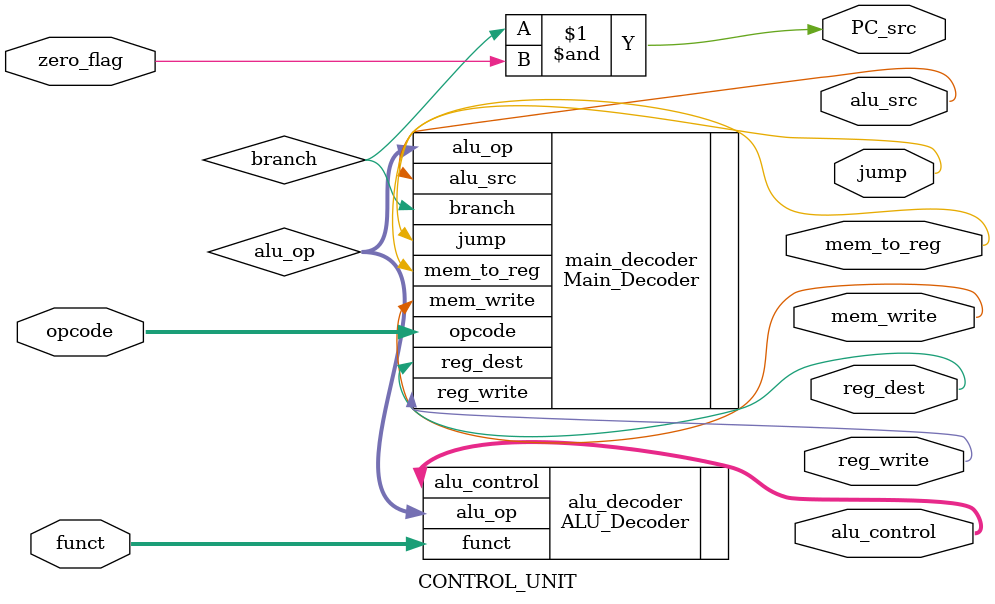
<source format=v>
`timescale 1ns / 1ps


module CONTROL_UNIT(
    input  [5:0] opcode,       // 6-bit opcode from the instruction
    input  [5:0] funct,        // 6-bit function code (used for R-type instructions)
    input        zero_flag,    // Zero flag from the ALU (indicates if the result is zero)
    output       reg_write,    // Control signal to enable writing to a register
    output       reg_dest,     // Control signal to select the destination register (for R-type instructions)
    output       alu_src,      // Control signal to select the second ALU operand source
    output       PC_src,       // Control signal to select the source of the next PC value (branch or normal)
    output       mem_write,    // Control signal to enable writing to memory
    output       mem_to_reg,   // Control signal to select the data source for register write (ALU or memory)
    output       jump,         // Control signal to enable jumping to a target address
    output [2:0] alu_control   // 3-bit control signal for the ALU operation
    );
    wire [1:0]   alu_op;        // 2-bit ALU operation code (part of the control signals for the ALU)
    wire         branch;        // Control signal for branching (whether to take a branch or not)

    
    // Instantiate the Main Decoder
    Main_Decoder main_decoder(
         .opcode(opcode),
         .reg_write(reg_write),
         .reg_dest(reg_dest),
         .alu_src(alu_src),
         .branch(branch),
         .mem_write(mem_write),
         .mem_to_reg(mem_to_reg),
         .alu_op(alu_op),
         .jump(jump)
     );
     
     // Instantiate the ALU Decoder
     ALU_Decoder alu_decoder(
         .alu_op(alu_op),
         .funct(funct),
         .alu_control(alu_control)
     );
     
     assign PC_src = branch & zero_flag;
endmodule

</source>
